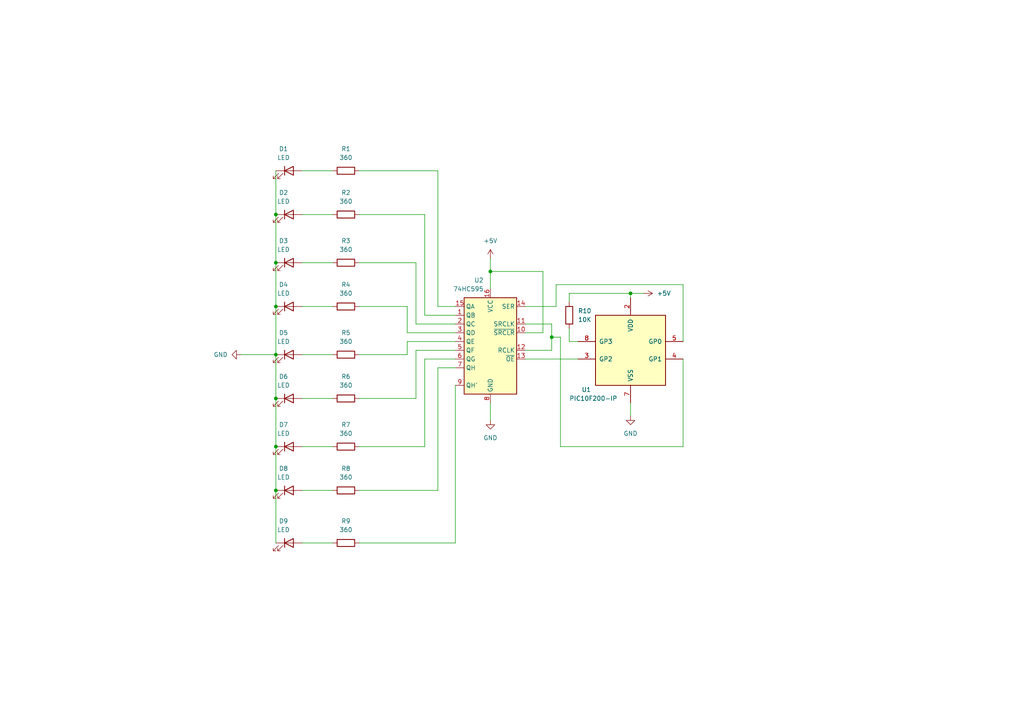
<source format=kicad_sch>
(kicad_sch (version 20230121) (generator eeschema)
  (paper "A4")
  (title_block (title "PIC10F200 and 74HC595 setup") (company "Ricardo Lima Caratti"))
  (lib_symbols
    (symbol "74xx:74HC595"
      (property "Reference" "U" (at -7.62 13.97 0))
      (property "Value" "74HC595" (at -7.62 -16.51 0))
      (symbol "74HC595_1_0"
        (pin tri_state line (at 10.16 7.62 180) (length 2.54) (name "QB") (number "1"))
        (pin input line (at -10.16 2.54 0) (length 2.54) (name "~{SRCLR}") (number "10"))
        (pin input line (at -10.16 5.08 0) (length 2.54) (name "SRCLK") (number "11"))
        (pin input line (at -10.16 -2.54 0) (length 2.54) (name "RCLK") (number "12"))
        (pin input line (at -10.16 -5.08 0) (length 2.54) (name "~{OE}") (number "13"))
        (pin input line (at -10.16 10.16 0) (length 2.54) (name "SER") (number "14"))
        (pin tri_state line (at 10.16 10.16 180) (length 2.54) (name "QA") (number "15"))
        (pin power_in line (at 0 15.24 270) (length 2.54) (name "VCC") (number "16"))
        (pin tri_state line (at 10.16 5.08 180) (length 2.54) (name "QC") (number "2"))
        (pin tri_state line (at 10.16 2.54 180) (length 2.54) (name "QD") (number "3"))
        (pin tri_state line (at 10.16 0 180) (length 2.54) (name "QE") (number "4"))
        (pin tri_state line (at 10.16 -2.54 180) (length 2.54) (name "QF") (number "5"))
        (pin tri_state line (at 10.16 -5.08 180) (length 2.54) (name "QG") (number "6"))
        (pin tri_state line (at 10.16 -7.62 180) (length 2.54) (name "QH") (number "7"))
        (pin power_in line (at 0 -17.78 90) (length 2.54) (name "GND") (number "8"))
        (pin output line (at 10.16 -12.7 180) (length 2.54) (name "QH'") (number "9"))
      )
      (symbol "74HC595_1_1"
        (rectangle (start -7.62 12.7) (end 7.62 -15.24) (stroke (width 0.254)) (fill (type background)))
      )
    )
    (symbol "Device:LED" (pin_numbers hide) (pin_names (offset 1.016) hide)
      (property "Reference" "D" (at 0 2.54 0))
      (property "Value" "LED" (at 0 -2.54 0))
      (symbol "LED_0_1"
        (polyline (pts (xy -1.27 -1.27) (xy -1.27 1.27)) (stroke (width 0.254)))
        (polyline (pts (xy -1.27 0) (xy 1.27 0)))
        (polyline (pts (xy 1.27 -1.27) (xy 1.27 1.27) (xy -1.27 0) (xy 1.27 -1.27)) (stroke (width 0.254)))
        (polyline (pts (xy -3.048 -0.762) (xy -4.572 -2.286) (xy -3.81 -2.286) (xy -4.572 -2.286) (xy -4.572 -1.524)))
        (polyline (pts (xy -1.778 -0.762) (xy -3.302 -2.286) (xy -2.54 -2.286) (xy -3.302 -2.286) (xy -3.302 -1.524)))
      )
      (symbol "LED_1_1"
        (pin passive line (at -3.81 0 0) (length 2.54) (name "K") (number "1"))
        (pin passive line (at 3.81 0 180) (length 2.54) (name "A") (number "2"))
      )
    )
    (symbol "Device:R" (pin_numbers hide) (pin_names (offset 0))
      (property "Reference" "R" (at 2.032 0 90))
      (property "Value" "R" (at 0 0 90))
      (symbol "R_0_1"
        (rectangle (start -1.016 -2.54) (end 1.016 2.54) (stroke (width 0.254)))
      )
      (symbol "R_1_1"
        (pin passive line (at 0 3.81 270) (length 1.27) (name "~") (number "1"))
        (pin passive line (at 0 -3.81 90) (length 1.27) (name "~") (number "2"))
      )
    )
    (symbol "MCU_Microchip_PIC10:PIC10F200-IP" (pin_names (offset 1.016))
      (property "Reference" "U" (at 1.27 13.97 0))
      (property "Value" "PIC10F200-IP" (at 1.27 11.43 0))
      (symbol "PIC10F200-IP_0_1"
        (rectangle (start -10.16 10.16) (end 10.16 -10.16) (stroke (width 0.254)) (fill (type background)))
      )
      (symbol "PIC10F200-IP_1_1"
        (pin power_in line (at 0 15.24 270) (length 5.08) (name "VDD") (number "2"))
        (pin bidirectional line (at 15.24 -2.54 180) (length 5.08) (name "GP2") (number "3"))
        (pin bidirectional line (at -15.24 -2.54 0) (length 5.08) (name "GP1") (number "4"))
        (pin bidirectional line (at -15.24 2.54 0) (length 5.08) (name "GP0") (number "5"))
        (pin power_in line (at 0 -15.24 90) (length 5.08) (name "VSS") (number "7"))
        (pin input line (at 15.24 2.54 180) (length 5.08) (name "GP3") (number "8"))
      )
    )
    (symbol "power:+5V" (power) (pin_names (offset 0))
      (property "Value" "+5V" (at 0 3.556 0))
      (symbol "+5V_0_1"
        (polyline (pts (xy -0.762 1.27) (xy 0 2.54)))
        (polyline (pts (xy 0 0) (xy 0 2.54)))
        (polyline (pts (xy 0 2.54) (xy 0.762 1.27)))
      )
      (symbol "+5V_1_1"
        (pin power_in line (at 0 0 90) (length 0) hide (name "+5V") (number "1"))
      )
    )
    (symbol "power:GND" (power) (pin_names (offset 0))
      (property "Value" "GND" (at 0 -3.81 0))
      (symbol "GND_0_1"
        (polyline (pts (xy 0 0) (xy 0 -1.27) (xy 1.27 -1.27) (xy 0 -2.54) (xy -1.27 -1.27) (xy 0 -1.27)))
      )
      (symbol "GND_1_1"
        (pin power_in line (at 0 0 270) (length 0) hide (name "GND") (number "1"))
      )
    )
  )
  (junction (at 80.01 142.24))
  (junction (at 80.01 88.9))
  (junction (at 80.01 102.87))
  (junction (at 80.01 115.57))
  (junction (at 80.01 129.54))
  (junction (at 160.02 97.79))
  (junction (at 182.88 85.09))
  (junction (at 80.01 62.23))
  (junction (at 80.01 76.2))
  (junction (at 142.24 78.74))
  (wire (pts (xy 87.63 115.57) (xy 96.52 115.57)))
  (wire (pts (xy 80.01 115.57) (xy 80.01 129.54)))
  (wire (pts (xy 152.4 104.14) (xy 167.64 104.14)))
  (wire (pts (xy 104.14 142.24) (xy 127 142.24)))
  (wire (pts (xy 152.4 88.9) (xy 161.29 88.9)))
  (wire (pts (xy 80.01 49.53) (xy 80.01 62.23)))
  (wire (pts (xy 87.63 49.53) (xy 96.52 49.53)))
  (wire (pts (xy 182.88 116.84) (xy 182.88 120.65)))
  (wire (pts (xy 80.01 88.9) (xy 80.01 102.87)))
  (wire (pts (xy 80.01 62.23) (xy 80.01 76.2)))
  (wire (pts (xy 167.64 99.06) (xy 165.1 99.06)))
  (wire (pts (xy 123.19 62.23) (xy 104.14 62.23)))
  (wire (pts (xy 152.4 93.98) (xy 160.02 93.98)))
  (wire (pts (xy 152.4 96.52) (xy 157.48 96.52)))
  (wire (pts (xy 80.01 76.2) (xy 80.01 88.9)))
  (wire (pts (xy 142.24 78.74) (xy 157.48 78.74)))
  (wire (pts (xy 132.08 99.06) (xy 118.11 99.06)))
  (wire (pts (xy 123.19 104.14) (xy 123.19 129.54)))
  (wire (pts (xy 87.63 157.48) (xy 96.52 157.48)))
  (wire (pts (xy 120.65 93.98) (xy 120.65 76.2)))
  (wire (pts (xy 80.01 102.87) (xy 80.01 115.57)))
  (wire (pts (xy 182.88 86.36) (xy 182.88 85.09)))
  (wire (pts (xy 132.08 111.76) (xy 132.08 157.48)))
  (wire (pts (xy 123.19 91.44) (xy 123.19 62.23)))
  (wire (pts (xy 142.24 116.84) (xy 142.24 121.92)))
  (wire (pts (xy 132.08 106.68) (xy 127 106.68)))
  (wire (pts (xy 87.63 76.2) (xy 96.52 76.2)))
  (wire (pts (xy 127 106.68) (xy 127 142.24)))
  (wire (pts (xy 165.1 85.09) (xy 182.88 85.09)))
  (wire (pts (xy 142.24 78.74) (xy 142.24 83.82)))
  (wire (pts (xy 118.11 88.9) (xy 104.14 88.9)))
  (wire (pts (xy 87.63 142.24) (xy 96.52 142.24)))
  (wire (pts (xy 132.08 91.44) (xy 123.19 91.44)))
  (wire (pts (xy 132.08 104.14) (xy 123.19 104.14)))
  (wire (pts (xy 87.63 88.9) (xy 96.52 88.9)))
  (wire (pts (xy 142.24 74.93) (xy 142.24 78.74)))
  (wire (pts (xy 157.48 96.52) (xy 157.48 78.74)))
  (wire (pts (xy 160.02 93.98) (xy 160.02 97.79)))
  (wire (pts (xy 165.1 95.25) (xy 165.1 99.06)))
  (wire (pts (xy 127 49.53) (xy 127 88.9)))
  (wire (pts (xy 87.63 102.87) (xy 96.52 102.87)))
  (wire (pts (xy 152.4 101.6) (xy 160.02 101.6)))
  (wire (pts (xy 104.14 157.48) (xy 132.08 157.48)))
  (wire (pts (xy 162.56 97.79) (xy 160.02 97.79)))
  (wire (pts (xy 162.56 129.54) (xy 162.56 97.79)))
  (wire (pts (xy 132.08 93.98) (xy 120.65 93.98)))
  (wire (pts (xy 118.11 96.52) (xy 118.11 88.9)))
  (wire (pts (xy 118.11 99.06) (xy 118.11 102.87)))
  (wire (pts (xy 69.85 102.87) (xy 80.01 102.87)))
  (wire (pts (xy 80.01 129.54) (xy 80.01 142.24)))
  (wire (pts (xy 182.88 85.09) (xy 186.69 85.09)))
  (wire (pts (xy 198.12 82.55) (xy 198.12 99.06)))
  (wire (pts (xy 165.1 87.63) (xy 165.1 85.09)))
  (wire (pts (xy 104.14 102.87) (xy 118.11 102.87)))
  (wire (pts (xy 104.14 115.57) (xy 120.65 115.57)))
  (wire (pts (xy 104.14 49.53) (xy 127 49.53)))
  (wire (pts (xy 120.65 101.6) (xy 120.65 115.57)))
  (wire (pts (xy 161.29 88.9) (xy 161.29 82.55)))
  (wire (pts (xy 87.63 62.23) (xy 96.52 62.23)))
  (wire (pts (xy 127 88.9) (xy 132.08 88.9)))
  (wire (pts (xy 132.08 96.52) (xy 118.11 96.52)))
  (wire (pts (xy 104.14 129.54) (xy 123.19 129.54)))
  (wire (pts (xy 160.02 97.79) (xy 160.02 101.6)))
  (wire (pts (xy 198.12 129.54) (xy 162.56 129.54)))
  (wire (pts (xy 87.63 129.54) (xy 96.52 129.54)))
  (wire (pts (xy 161.29 82.55) (xy 198.12 82.55)))
  (wire (pts (xy 80.01 142.24) (xy 80.01 157.48)))
  (wire (pts (xy 132.08 101.6) (xy 120.65 101.6)))
  (wire (pts (xy 198.12 104.14) (xy 198.12 129.54)))
  (wire (pts (xy 120.65 76.2) (xy 104.14 76.2)))
  (symbol (lib_id "Device:R") (at 100.33 62.23 90) (unit 1)
    (property "Reference" "R2" (at 100.33 55.88 90))
    (property "Value" "360" (at 100.33 58.42 90))
  )
  (symbol (lib_id "Device:R") (at 100.33 49.53 90) (unit 1)
    (property "Reference" "R1" (at 100.33 43.18 90))
    (property "Value" "360" (at 100.33 45.72 90))
  )
  (symbol (lib_id "Device:LED") (at 83.82 62.23 0) (unit 1)
    (property "Reference" "D2" (at 82.2325 55.88 0))
    (property "Value" "LED" (at 82.2325 58.42 0))
  )
  (symbol (lib_id "Device:LED") (at 83.82 49.53 0) (unit 1)
    (property "Reference" "D1" (at 82.2325 43.18 0))
    (property "Value" "LED" (at 82.2325 45.72 0))
  )
  (symbol (lib_id "74xx:74HC595") (at 142.24 99.06 0) (mirror y) (unit 1)
    (property "Reference" "U2" (at 140.2841 81.28 0) (effects (justify left)))
    (property "Value" "74HC595" (at 140.2841 83.82 0) (effects (justify left)))
    (property "Datasheet" "http://www.ti.com/lit/ds/symlink/sn74hc595.pdf" (effects hide))
  )
  (symbol (lib_id "Device:LED") (at 83.82 76.2 0) (unit 1)
    (property "Reference" "D3" (at 82.2325 69.85 0))
    (property "Value" "LED" (at 82.2325 72.39 0))
  )
  (symbol (lib_id "Device:LED") (at 83.82 142.24 0) (unit 1)
    (property "Reference" "D8" (at 82.2325 135.89 0))
    (property "Value" "LED" (at 82.2325 138.43 0))
  )
  (symbol (lib_id "Device:R") (at 165.1 91.44 180) (unit 1)
    (property "Reference" "R10" (at 167.64 90.17 0) (effects (justify right)))
    (property "Value" "10K" (at 167.64 92.71 0) (effects (justify right)))
  )
  (symbol (lib_id "Device:R") (at 100.33 142.24 90) (unit 1)
    (property "Reference" "R8" (at 100.33 135.89 90))
    (property "Value" "360" (at 100.33 138.43 90))
  )
  (symbol (lib_id "power:+5V") (at 142.24 74.93 0) (unit 1)
    (property "Reference" "#PWR01" (effects hide))
    (property "Value" "+5V" (at 142.24 69.85 0))
  )
  (symbol (lib_id "Device:R") (at 100.33 102.87 90) (unit 1)
    (property "Reference" "R5" (at 100.33 96.52 90))
    (property "Value" "360" (at 100.33 99.06 90))
  )
  (symbol (lib_id "Device:R") (at 100.33 88.9 90) (unit 1)
    (property "Reference" "R4" (at 100.33 82.55 90))
    (property "Value" "360" (at 100.33 85.09 90))
  )
  (symbol (lib_id "Device:R") (at 100.33 115.57 90) (unit 1)
    (property "Reference" "R6" (at 100.33 109.22 90))
    (property "Value" "360" (at 100.33 111.76 90))
  )
  (symbol (lib_id "Device:R") (at 100.33 129.54 90) (unit 1)
    (property "Reference" "R7" (at 100.33 123.19 90))
    (property "Value" "360" (at 100.33 125.73 90))
  )
  (symbol (lib_id "power:GND") (at 142.24 121.92 0) (unit 1)
    (property "Reference" "#PWR04" (effects hide))
    (property "Value" "GND" (at 142.24 127 0))
  )
  (symbol (lib_id "Device:LED") (at 83.82 157.48 0) (unit 1)
    (property "Reference" "D9" (at 82.2325 151.13 0))
    (property "Value" "LED" (at 82.2325 153.67 0))
  )
  (symbol (lib_id "Device:R") (at 100.33 76.2 90) (unit 1)
    (property "Reference" "R3" (at 100.33 69.85 90))
    (property "Value" "360" (at 100.33 72.39 90))
  )
  (symbol (lib_id "MCU_Microchip_PIC10:PIC10F200-IP") (at 182.88 101.6 0) (mirror y) (unit 1)
    (property "Reference" "U1" (at 171.45 113.03 0) (effects (justify left)))
    (property "Value" "PIC10F200-IP" (at 179.07 115.57 0) (effects (justify left)))
    (property "Footprint" "Package_DIP:DIP-8_W7.62mm" (effects hide))
    (property "Datasheet" "http://ww1.microchip.com/downloads/en/DeviceDoc/41239D.pdf" (effects hide))
  )
  (symbol (lib_id "Device:R") (at 100.33 157.48 90) (unit 1)
    (property "Reference" "R9" (at 100.33 151.13 90))
    (property "Value" "360" (at 100.33 153.67 90))
  )
  (symbol (lib_id "Device:LED") (at 83.82 102.87 0) (unit 1)
    (property "Reference" "D5" (at 82.2325 96.52 0))
    (property "Value" "LED" (at 82.2325 99.06 0))
  )
  (symbol (lib_id "Device:LED") (at 83.82 115.57 0) (unit 1)
    (property "Reference" "D6" (at 82.2325 109.22 0))
    (property "Value" "LED" (at 82.2325 111.76 0))
  )
  (symbol (lib_id "power:+5V") (at 186.69 85.09 270) (unit 1)
    (property "Reference" "#PWR05" (effects hide))
    (property "Value" "+5V" (at 190.5 85.09 90) (effects (justify left)))
  )
  (symbol (lib_id "Device:LED") (at 83.82 88.9 0) (unit 1)
    (property "Reference" "D4" (at 82.2325 82.55 0))
    (property "Value" "LED" (at 82.2325 85.09 0))
  )
  (symbol (lib_id "power:GND") (at 182.88 120.65 0) (unit 1)
    (property "Reference" "#PWR02" (effects hide))
    (property "Value" "GND" (at 182.88 125.73 0))
  )
  (symbol (lib_id "Device:LED") (at 83.82 129.54 0) (unit 1)
    (property "Reference" "D7" (at 82.2325 123.19 0))
    (property "Value" "LED" (at 82.2325 125.73 0))
  )
  (symbol (lib_id "power:GND") (at 69.85 102.87 270) (unit 1)
    (property "Reference" "#PWR03" (effects hide))
    (property "Value" "GND" (at 66.04 102.87 90) (effects (justify right)))
  )
)
</source>
